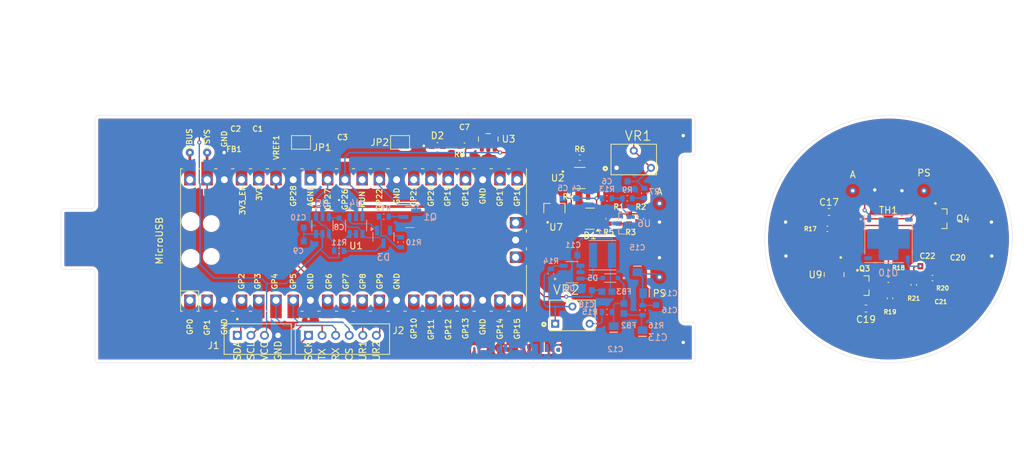
<source format=kicad_pcb>
(kicad_pcb (version 20241229) (generator "pcbnew") (generator_version "9.0")
  (title_block (title "Gamma Spectrometer") (date "2025-01-23") (rev "v0.0.4") (company "Vadym Vikulin"))
  (layers (0 "F.Cu" signal) (2 "B.Cu" signal) (13 "F.Paste" user) (15 "B.Paste" user) (5 "F.SilkS" user "F.Silkscreen") (7 "B.SilkS" user "B.Silkscreen") (1 "F.Mask" user) (3 "B.Mask" user) (25 "Edge.Cuts" user))
  (net 0 "")
  (net 16 "GND")
  (net 25 "+5V")
  (net 31 "TX")
  (net 32 "SCL")
  (net 33 "RX")
  (net 34 "RST")
  (net 35 "UART1RX")
  (net 36 "INT")
  (net 37 "SDA")
  (net 38 "Net-(JP1-A)")
  (net 39 "PEAK")
  (net 40 "SCK")
  (net 41 "UART1TX")
  (net 42 "CS")
  (net 43 "VREF")
  (net 44 "Net-(U1-3V3)")
  (net 45 "Net-(U3-IN-)")
  (net 46 "Net-(U4--IN)")
  (net 47 "Net-(D1-COM)")
  (net 48 "Net-(D2-PadA)")
  (net 49 "Net-(D3-A)")
  (net 50 "Net-(D3-K)")
  (net 51 "Net-(D3-COM)")
  (net 52 "Net-(Q1-D)")
  (net 53 "Net-(U2--IN)")
  (net 58 "Net-(JP2-A)")
  (net 59 "ANODE_IN")
  (net 60 "Net-(U8-FB)")
  (net 61 "Net-(D5-A)")
  (net 62 "Net-(D5-K)")
  (net 63 "Net-(C13-Pad1)")
  (net 64 "PS_OUT")
  (net 65 "PS_IN")
  (net 66 "GND1")
  (net 67 "Net-(Q4-E)")
  (net 68 "Net-(C21-Pad2)")
  (net 69 "/SiPM board/+29.6V")
  (net 70 "Net-(Q3-E)")
  (net 71 "Net-(Q3-B)")
  (net 72 "Net-(Q3-C)")
  (net 73 "Net-(Q4-B)")
  (net 77 "ANODE_OUT")
  (net 78 "VCC")
  (net 79 "Net-(R7-Pad2)")
  (net 80 "VREF1")
  (net 81 "SIG")
  (net 86 "VBUS")
  (net 87 "Net-(VR2-CW)")
  (net 88 "Vdrive")
  (footprint "3266W-1-503:TRIM_3266W-1-503" (layer "F.Cu") (at 154.96 73.25)
    (property "Reference" "VR1")
    (property "Value" "50k" (hide yes))
  )
  (footprint "B4B-PH-K-S_LF__SN_:JST_B4B-PH-K-S(LF)(SN)" (layer "F.Cu") (at 99.5 98.5 180)
    (property "Reference" "J1")
    (property "Value" "*" (hide yes))
  )
  (footprint "LM4040AIM3-3_0-T:SOT95P237X112-3N" (layer "F.Cu") (at 143.25 79.19 90)
    (property "Reference" "U7")
    (property "Value" "LM4040AIM3-3.0+T" (hide yes))
  )
  (footprint "Jumper:SolderJumper-2_P1.3mm_Open_TrianglePad1.0x1.5mm" (layer "F.Cu") (at 120.5 69.5 180)
    (property "Reference" "JP2")
    (property "Value" "~" (hide yes))
  )
  (footprint "MMBT5088LT1G:SOT95P237X111-3N" (layer "F.Cu") (at 200.5 80.75)
    (property "Reference" "Q4")
    (property "Value" "MMBT5088LT1G" (hide yes))
  )
  (footprint "BLM18KG102SN1D:BEADC1608X95N" (layer "F.Cu") (at 98.5 70.5 180)
    (property "Reference" "FB1")
    (property "Value" "BLM18KG102SN1D" (hide yes))
  )
  (footprint "CL10B104KC8NNNC:CAPC1608X90N" (layer "F.Cu") (at 198.5 92 90)
    (property "Reference" "C21")
    (property "Value" "100n" (hide yes))
  )
  (footprint "ERJ3EKF49R9V:RES_ERJ3EKF49R9V" (layer "F.Cu") (at 199 89.5 180)
    (property "Reference" "R20")
    (property "Value" "49.9R" (hide yes))
  )
  (footprint "TLV3201AIDBVR:SOT95P280X145-5N" (layer "F.Cu") (at 133.5 69 90)
    (property "Reference" "U3")
    (property "Value" "TLV3201AIDBVR" (hide yes))
  )
  (footprint "CL10B104KC8NNNC:CAPC1608X90N" (layer "F.Cu") (at 109.5 68.75)
    (property "Reference" "C3")
    (property "Value" "100n" (hide yes))
  )
  (footprint "ERJ3EKF2103V:RES_ERJ3EKF2103V" (layer "F.Cu") (at 152.75 80.75 -90)
    (property "Reference" "R1")
    (property "Value" "210k" (hide yes))
  )
  (footprint "ERJ3EKF1001V:RES_ERJ3EKF1001V" (layer "F.Cu") (at 156 80.75 90)
    (property "Reference" "R2")
    (property "Value" "1k" (hide yes))
  )
  (footprint "Capacitor_SMD:C_0603_1608Metric" (layer "F.Cu") (at 183.75 79.75)
    (property "Reference" "C17")
    (property "Value" "2.2u" (hide yes))
  )
  (footprint "NTCS0603E3103FLT:NTCS0603E3103FLT" (layer "F.Cu") (at 192.5 83.75 90)
    (property "Reference" "TH1")
    (property "Value" "Thermistor_PTC" (hide yes))
  )
  (footprint "Jumper:SolderJumper-2_P1.3mm_Open_TrianglePad1.0x1.5mm" (layer "F.Cu") (at 105.885 69.5 180)
    (property "Reference" "JP1")
    (property "Value" "~" (hide yes))
  )
  (footprint "ERJ3EKF4992V:RES_ERJ3EKF4992V" (layer "F.Cu") (at 192.5 89.75)
    (property "Reference" "R18")
    (property "Value" "49.9k" (hide yes))
  )
  (footprint "ERJ3EKF1000V:RES_ERJ3EKF1000V" (layer "F.Cu") (at 151.25 80.75 -90)
    (property "Reference" "R5")
    (property "Value" "100R" (hide yes))
  )
  (footprint "CL10A226MP8NUNE:CAPC1608X90N" (layer "F.Cu") (at 99.75 68.75)
    (property "Reference" "C1")
    (property "Value" "22uF" (hide yes))
  )
  (footprint "B6B-PH-K-S_LF__SN_:JST_B6B-PH-K-S(LF)(SN)" (layer "F.Cu") (at 112 98.5 180)
    (property "Reference" "J2")
    (property "Value" "*" (hide yes))
  )
  (footprint "ERJ3EKF2103V:RES_ERJ3EKF2103V" (layer "F.Cu") (at 154.25 80.75 -90)
    (property "Reference" "R3")
    (property "Value" "210k" (hide yes))
  )
  (footprint "Capacitor_SMD:C_0603_1608Metric" (layer "F.Cu") (at 189.2 94)
    (property "Reference" "C19")
    (property "Value" "2.2u" (hide yes))
  )
  (footprint "ERJ3EKF4992V:RES_ERJ3EKF4992V" (layer "F.Cu") (at 192.75 92.5 90)
    (property "Reference" "R19")
    (property "Value" "49.9k" (hide yes))
  )
  (footprint "ERJ3EKF1001V:RES_ERJ3EKF1001V" (layer "F.Cu") (at 130 70)
    (property "Reference" "R8")
    (property "Value" "1k" (hide yes))
  )
  (footprint "CL10B104KC8NNNC:CAPC1608X90N" (layer "F.Cu") (at 130 68.5 180)
    (property "Reference" "C7")
    (property "Value" "100n" (hide yes))
  )
  (footprint "CL10B104KC8NNNC:CAPC1608X90N" (layer "F.Cu") (at 198 87.75 180)
    (property "Reference" "C22")
    (property "Value" "100n" (hide yes))
  )
  (footprint "OPA357AIDBVR:SOT95P280X145-6N" (layer "F.Cu") (at 147 74.75)
    (property "Reference" "U2")
    (property "Value" "OPA357AIDBVR" (hide yes))
  )
  (footprint "Package_TO_SOT_SMD:SOT-23" (layer "F.Cu") (at 148.5 80.75 180)
    (property "Reference" "D1")
    (property "Value" "BAT54S" (hide yes))
  )
  (footprint "ERJ3EKF4992V:RES_ERJ3EKF4992V" (layer "F.Cu") (at 183.5 82.25)
    (property "Reference" "R17")
    (property "Value" "49.9k" (hide yes))
  )
  (footprint "CL10B104KC8NNNC:CAPC1608X90N" (layer "F.Cu") (at 202.75 88.75 -90)
    (property "Reference" "C20")
    (property "Value" "100n" (hide yes))
  )
  (footprint "TPS7B6950DBVR:SOT95P280X145-5N" (layer "F.Cu") (at 184.5 89 -90)
    (property "Reference" "U9")
    (property "Value" "TPS7B6950DBVR" (hide yes))
  )
  (footprint "RP PICO:RPi_Pico_SMD_TH" (layer "F.Cu") (at 113.63 83.89 90)
    (property "Reference" "U1")
    (property "Value" "Pico 2")
  )
  (footprint "3266W-1-503:TRIM_3266W-1-503" (layer "F.Cu") (at 145.91 96.24)
    (property "Reference" "VR2")
    (property "Value" "50k" (hide yes))
  )
  (footprint "LTST-C190KGKT:LEDC1608X35N" (layer "F.Cu") (at 126 70)
    (property "Reference" "D2")
    (property "Value" "LTST-C190KGKT" (hide yes))
  )
  (footprint "ERJ3EKF1001V:RES_ERJ3EKF1001V" (layer "F.Cu") (at 147 71.75 180)
    (property "Reference" "R6")
    (property "Value" "1k" (hide yes))
  )
  (footprint "ERJ3EKF49R9V:RES_ERJ3EKF49R9V" (layer "F.Cu") (at 196.25 90.5 90)
    (property "Reference" "R21")
    (property "Value" "49.9R" (hide yes))
  )
  (footprint "MMBT5088LT1G:SOT95P237X111-3N" (layer "F.Cu") (at 189 90.6125)
    (property "Reference" "Q3")
    (property "Value" "MMBT5088LT1G" (hide yes))
  )
  (footprint "ERJ3EKF1001V:RES_ERJ3EKF1001V" (layer "F.Cu") (at 147.5 77.5)
    (property "Reference" "R4")
    (property "Value" "1k" (hide yes))
  )
  (footprint "CL10A226MP8NUNE:CAPC1608X90N" (layer "F.Cu") (at 96.5 68.75 180)
    (property "Reference" "C2")
    (property "Value" "22uF" (hide yes))
  )
  (footprint "CL10B104KC8NNNC:CAPC1608X90N" (layer "B.Cu") (at 153.25 75.25 180)
    (property "Reference" "C6")
    (property "Value" "100n" (hide yes))
  )
  (footprint "OPA357AIDBVR:SOT95P280X145-6N" (layer "B.Cu") (at 114 81.755 -90)
    (property "Reference" "U4")
    (property "Value" "OPA357AIDBVR" (hide yes))
  )
  (footprint "ERJ3EKF1001V:RES_ERJ3EKF1001V" (layer "B.Cu") (at 118.1 80.4375)
    (property "Reference" "R12")
    (property "Value" "1k")
  )
  (footprint "ERJ3EKF2103V:RES_ERJ3EKF2103V" (layer "B.Cu") (at 151 94.5)
    (property "Reference" "R15")
    (property "Value" "210k" (hide yes))
  )
  (footprint "PMEG4010BEA_115:DIO_BZX384-C30_115" (layer "B.Cu") (at 151.5 89.5 180)
    (property "Reference" "D5")
    (property "Value" "PMEG4010BEA" (hide yes))
  )
  (footprint "CL10B104KC8NNNC:CAPC1608X90N" (layer "B.Cu") (at 158.25 94.25 90)
    (property "Reference" "C16")
    (property "Value" "100n" (hide yes))
  )
  (footprint "CL21A475KBQNNNE:CAPC2012X140N" (layer "B.Cu") (at 155.5 87.75 90)
    (property "Reference" "C15")
    (property "Value" "4.7u" (hide yes))
  )
  (footprint "MICROFC-60035-SMT-TR1:XDCR_MICROFC-60035-SMT-TR1" (layer "B.Cu") (at 192.525 83.725)
    (property "Reference" "U10")
    (property "Value" "MICROFC-60035-SMT-TR1" (hide yes))
  )
  (footprint "Package_TO_SOT_SMD:SOT-23" (layer "B.Cu") (at 121.9375 80.5 180)
    (property "Reference" "Q1")
    (property "Value" "2N7002" (hide yes))
  )
  (footprint "CL10A226MP8NUNE:CAPC1608X90N" (layer "B.Cu") (at 145.85 86.13 180)
    (property "Reference" "C11")
    (property "Value" "22uF" (hide yes))
  )
  (footprint "CL21A475KBQNNNE:CAPC2012X140N" (layer "B.Cu") (at 156.25 98.1 -90)
    (property "Reference" "C13")
    (property "Value" "4.7u" (hide yes))
  )
  (footprint "ERJ3EKF2103V:RES_ERJ3EKF2103V" (layer "B.Cu") (at 154 77.75)
    (property "Reference" "R9")
    (property "Value" "210k" (hide yes))
  )
  (footprint "MAX5026EUT_T:SOT95P280X145-6N" (layer "B.Cu") (at 145.85 88.63)
    (property "Reference" "U8")
    (property "Value" "MAX5026EUT_T" (hide yes))
  )
  (footprint "BLM18KG102SN1D:BEADC1608X95N" (layer "B.Cu") (at 151 91.5 180)
    (property "Reference" "FB3")
    (property "Value" "BLM18KG102SN1D" (hide yes))
  )
  (footprint "ERJ3EKF1002V:RES_ERJ3EKF1002V" (layer "B.Cu") (at 111.5 85.5 180)
    (property "Reference" "R11")
    (property "Value" "10k" (hide yes))
  )
  (footprint "ERJ3EKF1000V:RES_ERJ3EKF1000V" (layer "B.Cu") (at 120.6 84.2125 -90)
    (property "Reference" "R10")
    (property "Value" "100R")
  )
  (footprint "CL10A226MP8NUNE:CAPC1608X90N" (layer "B.Cu") (at 105.52 84.07 180)
    (property "Reference" "C9")
    (property "Value" "22uF" (hide yes))
  )
  (footprint "CL10B104KC8NNNC:CAPC1608X90N" (layer "B.Cu") (at 105.5 82.07)
    (property "Reference" "C10")
    (property "Value" "100n" (hide yes))
  )
  (footprint "CL10A226MP8NUNE:CAPC1608X90N" (layer "B.Cu") (at 148 91.3 180)
    (property "Reference" "C18")
    (property "Value" "22uF" (hide yes))
  )
  (footprint "ERJ3EKF1000V:RES_ERJ3EKF1000V" (layer "B.Cu") (at 156.25 94.25 -90)
    (property "Reference" "R16")
    (property "Value" "100R" (hide yes))
  )
  (footprint "ERJ3EKF2103V:RES_ERJ3EKF2103V" (layer "B.Cu") (at 156.5 77 -90)
    (property "Reference" "R7")
    (property "Value" "210k" (hide yes))
  )
  (footprint "BLM18KG102SN1D:BEADC1608X95N" (layer "B.Cu") (at 153.5 94 90)
    (property "Reference" "FB2")
    (property "Value" "BLM18KG102SN1D" (hide yes))
  )
  (footprint "CL10A226MP8NUNE:CAPC1608X90N" (layer "B.Cu") (at 146.5 78.5 -90)
    (property "Reference" "C4")
    (property "Value" "22uF" (hide yes))
  )
  (footprint "ERJ3EKF1001V:RES_ERJ3EKF1001V" (layer "B.Cu") (at 151 77.75 180)
    (property "Reference" "R13")
    (property "Value" "1k" (hide yes))
  )
  (footprint "NRS4018T470MDGJ:IND_NRS4018T470MDGJ" (layer "B.Cu") (at 150.35 86.13)
    (property "Reference" "L1")
    (property "Value" "47uH" (hide yes))
  )
  (footprint "LM4040AIM3-3_0-T:SOT95P237X112-3N" (layer "B.Cu") (at 153.44 81.45 180)
    (property "Reference" "U6")
    (property "Value" "LM4040AIM3-3.0+T" (hide yes))
  )
  (footprint "CL10B104KC8NNNC:CAPC1608X90N" (layer "B.Cu") (at 144.5 78.5 90)
    (property "Reference" "C5")
    (property "Value" "100n" (hide yes))
  )
  (footprint "ECHU1C471JX5:CAP_ECHU1C471JX5" (layer "B.Cu") (at 111.5 80 -90)
    (property "Reference" "C8")
    (property "Value" "470p" (hide yes))
  )
  (footprint "Package_TO_SOT_SMD:SOT-23" (layer "B.Cu") (at 118.05 83.4375 -90)
    (property "Reference" "D3")
    (property "Value" "BAT54S" (hide yes))
  )
  (footprint "CL21A475KBQNNNE:CAPC2012X140N" (layer "B.Cu") (at 157.25 91.75)
    (property "Reference" "C14")
    (property "Value" "4.7u" (hide yes))
  )
  (footprint "ERJ3EKF1002V:RES_ERJ3EKF1002V" (layer "B.Cu") (at 142.75 88.88 90)
    (property "Reference" "R14")
    (property "Value" "10k" (hide yes))
  )
  (footprint "OPA357AIDBVR:SOT95P280X145-6N" (layer "B.Cu") (at 109.05 81.755 -90)
    (property "Reference" "U5")
    (property "Value" "OPA357AIDBVR" (hide yes))
  )
  (footprint "CL21A475KBQNNNE:CAPC2012X140N" (layer "B.Cu") (at 152 97.5 -90)
    (property "Reference" "C12")
    (property "Value" "4.7u" (hide yes))
  )
  (gr_rect (start 193.25 75.5) (end 195.75 77.75) (stroke (width 0.2)) (fill yes) (layer "F.Cu") (net 66))
  (gr_rect (start 157.5 80.25) (end 160 82.5) (stroke (width 0.2)) (fill yes) (layer "F.Cu") (net 16))
  (gr_rect (start 157.5 85.25) (end 160 87.5) (stroke (width 0.2)) (fill yes) (layer "F.Cu") (net 16))
  (gr_rect (start 186 75.5) (end 188.5 77.75) (stroke (width 0.2)) (fill yes) (layer "F.Cu") (net 77))
  (gr_rect (start 157.5 88.25) (end 160 90.5) (stroke (width 0.2)) (fill yes) (layer "F.Cu") (net 64))
  (gr_rect (start 196.5 75.5) (end 199 77.75) (stroke (width 0.2)) (fill yes) (layer "F.Cu") (net 65))
  (gr_rect (start 189.25 75.5) (end 191.75 77.75) (stroke (width 0.2)) (fill yes) (layer "F.Cu") (net 66))
  (gr_rect (start 157.5 77.375) (end 160 79.625) (stroke (width 0.2)) (fill yes) (layer "F.Cu") (net 59))
  (gr_arc (start 162 72) (mid 162.146447 71.646447) (end 162.5 71.5) (stroke (width 0.05)) (layer "Edge.Cuts"))
  (gr_line (start 75.5 78.75) (end 75.5 66) (stroke (width 0.05)) (layer "Edge.Cuts"))
  (gr_line (start 162 95.5) (end 162 72) (stroke (width 0.05)) (layer "Edge.Cuts"))
  (gr_arc (start 75.5 78.75) (mid 75.353553 79.103553) (end 75 79.25) (stroke (width 0.05)) (layer "Edge.Cuts"))
  (gr_line (start 162 65.5) (end 163.5 65.5) (stroke (width 0.05)) (layer "Edge.Cuts"))
  (gr_arc (start 75 88.25) (mid 75.353553 88.396447) (end 75.5 88.75) (stroke (width 0.05)) (layer "Edge.Cuts"))
  (gr_line (start 162 102) (end 76 102) (stroke (width 0.05)) (layer "Edge.Cuts"))
  (gr_line (start 76 65.5) (end 162 65.5) (stroke (width 0.05)) (layer "Edge.Cuts"))
  (gr_circle (center 192.525 83.74687) (end 210.775 83.74687) (stroke (width 0.05)) (fill no) (layer "Edge.Cuts"))
  (gr_line (start 75.5 101.5) (end 75.5 88.75) (stroke (width 0.05)) (layer "Edge.Cuts"))
  (gr_arc (start 71 88.25) (mid 70.646447 88.103553) (end 70.5 87.75) (stroke (width 0.05)) (layer "Edge.Cuts"))
  (gr_arc (start 164 101.5) (mid 163.853553 101.853553) (end 163.5 102) (stroke (width 0.05)) (layer "Edge.Cuts"))
  (gr_line (start 162.5 96) (end 163.5 96) (stroke (width 0.05)) (layer "Edge.Cuts"))
  (gr_line (start 75 88.25) (end 71 88.25) (stroke (width 0.05)) (layer "Edge.Cuts"))
  (gr_line (start 164 96.5) (end 164 101.5) (stroke (width 0.05)) (layer "Edge.Cuts"))
  (gr_line (start 75 79.25) (end 71 79.25) (stroke (width 0.05)) (layer "Edge.Cuts"))
  (gr_line (start 162.5 71.5) (end 163.5 71.5) (stroke (width 0.05)) (layer "Edge.Cuts"))
  (gr_arc (start 164 71) (mid 163.853553 71.353553) (end 163.5 71.5) (stroke (width 0.05)) (layer "Edge.Cuts"))
  (gr_arc (start 75.5 66) (mid 75.646447 65.646447) (end 76 65.5) (stroke (width 0.05)) (layer "Edge.Cuts"))
  (gr_arc (start 70.5 79.75) (mid 70.646447 79.396447) (end 71 79.25) (stroke (width 0.05)) (layer "Edge.Cuts"))
  (gr_line (start 163.5 102) (end 162 102) (stroke (width 0.05)) (layer "Edge.Cuts"))
  (gr_arc (start 162.5 96) (mid 162.146447 95.853553) (end 162 95.5) (stroke (width 0.05)) (layer "Edge.Cuts"))
  (gr_arc (start 163.5 96) (mid 163.853553 96.146447) (end 164 96.5) (stroke (width 0.05)) (layer "Edge.Cuts"))
  (gr_arc (start 163.5 65.5) (mid 163.853553 65.646447) (end 164 66) (stroke (width 0.05)) (layer "Edge.Cuts"))
  (gr_line (start 164 66) (end 164 71) (stroke (width 0.05)) (layer "Edge.Cuts"))
  (gr_arc (start 76 102) (mid 75.646447 101.853553) (end 75.5 101.5) (stroke (width 0.05)) (layer "Edge.Cuts"))
  (gr_line (start 70.5 87.75) (end 70.5 79.75) (stroke (width 0.05)) (layer "Edge.Cuts"))
  (gr_text "БДГ4-01-Б" (at 185.25 71.5 0) (layer "F.Cu" knockout) (effects (font (size 1.5 1.5) (thickness 0.3) (bold yes)) (justify left bottom)))
  (gr_text "OpenGammaKit v0.1.6" (at 119.5 100.75 0) (layer "F.Cu" knockout) (effects (font (size 1.5 1.5) (thickness 0.3) (bold yes)) (justify left bottom)))
  (gr_text "БДГ4-01-А" (at 144.75 100.75 -0) (layer "B.Cu" knockout) (effects (font (size 1.5 1.5) (thickness 0.3) (bold yes)) (justify left bottom mirror)))
  (gr_text "PS" (at 158.75 91.75 0) (layer "F.SilkS") (effects (font (size 1 1))))
  (gr_text "MicroUSB" (at 85 84 90) (layer "F.SilkS") (effects (font (size 1 1))))
  (gr_text "RX" (at 111 100.75 90) (layer "F.SilkS") (effects (font (size 1 1))))
  (gr_text "UR2" (at 117 100.25 90) (layer "F.SilkS") (effects (font (size 1 1))))
  (gr_text "SCL" (at 98.5 100.25 90) (layer "F.SilkS") (effects (font (size 1 1))))
  (gr_text "VCC" (at 100.5 100.25 90) (layer "F.SilkS") (effects (font (size 1 1))))
  (gr_text "VREF1" (at 102.25 70.25 90) (layer "F.SilkS") (effects (font (size 0.8 0.8))))
  (gr_text "UR1" (at 115 100.25 90) (layer "F.SilkS") (effects (font (size 1 1))))
  (gr_text "PS" (at 197.75 74 0) (layer "F.SilkS") (effects (font (size 1 1))))
  (gr_text "A" (at 158.75 76.75 0) (layer "F.SilkS") (effects (font (size 1 1))))
  (gr_text "SDA" (at 96.5 100.25 90) (layer "F.SilkS") (effects (font (size 1 1))))
  (gr_text "TX" (at 109 100.75 90) (layer "F.SilkS") (effects (font (size 1 1))))
  (gr_text "GND" (at 102.5 100.25 90) (layer "F.SilkS") (effects (font (size 1 1))))
  (gr_text "CS" (at 113 100.75 90) (layer "F.SilkS") (effects (font (size 1 1))))
  (gr_text "SCK" (at 107 100.25 90) (layer "F.SilkS") (effects (font (size 1 1))))
  (gr_text "A" (at 187.25 74.25 0) (layer "F.SilkS") (effects (font (size 1 1))))
  (segment (start 146.775 75.175001) (end 146.349999 74.75) (width 0.2) (layer "F.Cu") (net 16))
  (segment (start 133.5 71) (end 132.5 72) (width 0.2) (layer "F.Cu") (net 16))
  (segment (start 137.53 83.89) (end 139.715 83.89) (width 0.2) (layer "F.Cu") (net 16))
  (segment (start 132.5 74.82) (end 132.68 75) (width 0.2) (layer "F.Cu") (net 16))
  (segment (start 146.775 77.5) (end 146.775 75.175001) (width 0.2) (layer "F.Cu") (net 16))
  (segment (start 94.58 75.09) (end 94.58 70.92) (width 0.4) (layer "F.Cu") (net 16))
  (segment (start 132.5 72) (end 132.5 74.82) (width 0.2) (layer "F.Cu") (net 16))
  (segment (start 132 69) (end 132.536948 69) (width 0.2) (layer "F.Cu") (net 16))
  (segment (start 134.18 76.5) (end 132.68 75) (width 0.2) (layer "F.Cu") (net 16))
  (segment (start 94.58 70.92) (end 95.72 69.78) (width 0.4) (layer "F.Cu") (net 16))
  (segment (start 95.72 69.78) (end 95.72 68.75) (width 0.4) (layer "F.Cu") (net 16))
  (segment (start 146.349999 74.75) (end 145.745 74.75) (width 0.2) (layer "F.Cu") (net 16))
  (segment (start 132.536948 69) (end 133.5 69.963052) (width 0.2) (layer "F.Cu") (net 16))
  (segment (start 133.5 69.963052) (end 133.5 71) (width 0.2) (layer "F.Cu") (net 16))
  (segment (start 119.98 75) (end 119.98 69.705) (width 0.2) (layer "F.Cu") (net 16))
  (segment (start 119.98 69.705) (end 119.775 69.5) (width 0.2) (layer "F.Cu") (net 16))
  (via (at 162.25 99) (size 1) (drill 0.5) (layers "F.Cu" "B.Cu") (net 16))
  (via (at 158.75 86.5) (size 1) (drill 0.5) (layers "F.Cu" "B.Cu") (net 16))
  (via (at 158.75 81.25) (size 1) (drill 0.5) (layers "F.Cu" "B.Cu") (net 16))
  (via (at 162.25 68.5) (size 1) (drill 0.5) (layers "F.Cu" "B.Cu") (net 16))
  (via (at 94.55 71) (size 1.2) (drill 0.5) (layers "F.Cu" "B.Cu") (net 16))
  (via (at 111.5 78) (size 0.6) (drill 0.3) (layers "F.Cu" "B.Cu") (net 16))
  (segment (start 145.85 88.13) (end 145.35 88.63) (width 0.2) (layer "B.Cu") (net 16))
  (segment (start 109.05 80.5) (end 109.05 79.95) (width 0.2) (layer "B.Cu") (net 16))
  (segment (start 114 80.5) (end 114 79.895001) (width 0.2) (layer "B.Cu") (net 16))
  (segment (start 109.05 79.895001) (end 109.05 80.5) (width 0.2) (layer "B.Cu") (net 16))
  (segment (start 142.75 89.605) (end 144.58 89.605) (width 0.2) (layer "B.Cu") (net 16))
  (segment (start 152.47 72.45) (end 152.42 72.5) (width 0.2) (layer "B.Cu") (net 16))
  (segment (start 144.605 89.58) (end 144.105 89.58) (width 0.2) (layer "B.Cu") (net 16))
  (segment (start 145.35 88.63) (end 144.605 88.63) (width 0.2) (layer "B.Cu") (net 16))
  (segment (start 145.85 86.91) (end 145.85 88.13) (width 0.2) (layer "B.Cu") (net 16))
  (segment (start 145.07 86.13) (end 145.85 86.91) (width 0.2) (layer "B.Cu") (net 16))
  (segment (start 144.58 89.605) (end 144.605 89.58) (width 0.2) (layer "B.Cu") (net 16))
  (segment (start 144.605 89.355) (end 144.605 88.63) (width 0.2) (layer "B.Cu") (net 16))
  (segment (start 93 78) (end 92.04 77.04) (width 0.2) (layer "F.Cu") (net 25))
  (segment (start 95.75 78) (end 93 78) (width 0.2) (layer "F.Cu") (net 25))
  (segment (start 141.75 92.25) (end 138.75 89.25) (width 0.2) (layer "F.Cu") (net 25))
  (segment (start 92.04 75.09) (end 92.04 71.16) (width 0.4) (layer "F.Cu") (net 25))
  (segment (start 138.75 89.25) (end 107 89.25) (width 0.2) (layer "F.Cu") (net 25))
  (segment (start 145 92.25) (end 141.75 92.25) (width 0.2) (layer "F.Cu") (net 25))
  (segment (start 107 89.25) (end 95.75 78) (width 0.2) (layer "F.Cu") (net 25))
  (segment (start 92.04 77.04) (end 92.04 75.09) (width 0.2) (layer "F.Cu") (net 25))
  (segment (start 92.04 71.16) (end 92.2 71) (width 0.2) (layer "F.Cu") (net 25))
  (via (at 145 92.25) (size 0.6) (drill 0.3) (layers "F.Cu" "B.Cu") (net 25))
  (via (at 92.05 71) (size 1.2) (drill 0.5) (layers "F.Cu" "B.Cu") (net 25))
  (segment (start 148.78 92.25) (end 148.78 91.3) (width 0.2) (layer "B.Cu") (net 25))
  (segment (start 150.065 91.3) (end 150.265 91.5) (width 0.2) (layer "B.Cu") (net 25))
  (segment (start 148.78 91.3) (end 150.065 91.3) (width 0.2) (layer "B.Cu") (net 25))
  (segment (start 145 92.25) (end 148.78 92.25) (width 0.2) (layer "B.Cu") (net 25))
  (segment (start 109 96.5) (end 109 97.95) (width 0.2) (layer "F.Cu") (net 31))
  (segment (start 92.04 99.54) (end 92.08 99.5) (width 0.2) (layer "F.Cu") (net 31))
  (segment (start 92.04 92.78) (end 92.04 99.54) (width 0.2) (layer "F.Cu") (net 31))
  (segment (start 102.96 99.54) (end 106 96.5) (width 0.2) (layer "F.Cu") (net 31))
  (segment (start 92.04 99.54) (end 102.96 99.54) (width 0.2) (layer "F.Cu") (net 31))
  (segment (start 106 96.5) (end 109 96.5) (width 0.2) (layer "F.Cu") (net 31))
  (segment (start 99.66 95.66) (end 99.5 95.82) (width 0.2) (layer "F.Cu") (net 32))
  (segment (start 99.66 92.78) (end 99.66 95.66) (width 0.2) (layer "F.Cu") (net 32))
  (segment (start 99.5 96.95) (end 98.5 97.95) (width 0.2) (layer "F.Cu") (net 32))
  (segment (start 99.5 95.82) (end 99.5 96.95) (width 0.2) (layer "F.Cu") (net 32))
  (segment (start 99.5 92.94) (end 99.66 92.78) (width 0.2) (layer "B.Cu") (net 32))
  (segment (start 102.2 95.37) (end 102.2 92.78) (width 0.2) (layer "B.Cu") (net 33))
  (segment (start 110.5 96.5) (end 111 97) (width 0.2) (layer "B.Cu") (net 33))
  (segment (start 111 97) (end 111 97.95) (width 0.2) (layer "B.Cu") (net 33))
  (segment (start 103.33 96.5) (end 102.2 95.37) (width 0.2) (layer "B.Cu") (net 33))
  (segment (start 110.5 96.5) (end 103.33 96.5) (width 0.2) (layer "B.Cu") (net 33))
  (segment (start 120.05 78.527224) (end 117.44 75.917224) (width 0.2) (layer "B.Cu") (net 34))
  (segment (start 122.61 78.527224) (end 120.05 78.527224) (width 0.2) (layer "B.Cu") (net 34))
  (segment (start 122.875 79.55) (end 122.875 78.792224) (width 0.2) (layer "B.Cu") (net 34))
  (segment (start 122.875 78.792224) (end 122.61 78.527224) (width 0.2) (layer "B.Cu") (net 34))
  (segment (start 117.5 92.84) (end 117.44 92.78) (width 0.2) (layer "F.Cu") (net 35))
  (segment (start 117 97.95) (end 117.5 97.45) (width 0.2) (layer "F.Cu") (net 35))
  (segment (start 117.5 97.45) (end 117.5 92.84) (width 0.2) (layer "F.Cu") (net 35))
  (segment (start 130.725 70) (end 131.5 70) (width 0.2) (layer "F.Cu") (net 36))
  (segment (start 130.14 72.939448) (end 130.14 75) (width 0.2) (layer "F.Cu") (net 36))
  (segment (start 130.725 70) (end 130.14 70.585) (width 0.2) (layer "F.Cu") (net 36))
  (segment (start 131.5 70) (end 132.305 70) (width 0.2) (layer "F.Cu") (net 36))
  (segment (start 130.14 70.585) (end 130.14 75) (width 0.2) (layer "F.Cu") (net 36))
  (segment (start 130.14 72.905552) (end 130.14 75) (width 0.2) (layer "F.Cu") (net 36))
  (segment (start 132.305 70) (end 132.55 69.755) (width 0.2) (layer "F.Cu") (net 36))
  (segment (start 97 97.45) (end 97 92.9) (width 0.2) (layer "F.Cu") (net 37))
  (segment (start 96.5 97.95) (end 97 97.45) (width 0.2) (layer "F.Cu") (net 37))
  (segment (start 97 92.9) (end 97.12 92.78) (width 0.2) (layer "F.Cu") (net 37))
  (segment (start 107.16 70.55) (end 106.61 70) (width 0.4) (layer "F.Cu") (net 38))
  (segment (start 107.16 74.97) (end 107.16 70.55) (width 0.4) (layer "F.Cu") (net 38))
  (segment (start 107.28 75.09) (end 107.16 74.97) (width 0.4) (layer "F.Cu") (net 38))
  (segment (start 109.05 74.23) (end 109.82 75) (width 0.2) (layer "F.Cu") (net 39))
  (segment (start 110 82.405001) (end 109.349999 81.755) (width 0.2) (layer "B.Cu") (net 39))
  (segment (start 108.1 80.828802) (end 108.1 80.5) (width 0.2) (layer "B.Cu") (net 39))
  (segment (start 108.1 77.9) (end 109.82 76.18) (width 0.2) (layer "B.Cu") (net 39))
  (segment (start 110.775 84.275) (end 110.775 85.5) (width 0.2) (layer "B.Cu") (net 39))
  (segment (start 109.349999 81.755) (end 109.026198 81.755) (width 0.2) (layer "B.Cu") (net 39))
  (segment (start 109.82 76.18) (end 109.82 75) (width 0.2) (layer "B.Cu") (net 39))
  (segment (start 108.1 80.5) (end 108.1 77.9) (width 0.2) (layer "B.Cu") (net 39))
  (segment (start 110 83.5) (end 110.775 84.275) (width 0.2) (layer "B.Cu") (net 39))
  (segment (start 109.026198 81.755) (end 108.1 80.828802) (width 0.2) (layer "B.Cu") (net 39))
  (segment (start 110 83.01) (end 110 83.5) (width 0.2) (layer "B.Cu") (net 39))
  (segment (start 110 83.01) (end 110 82.405001) (width 0.2) (layer "B.Cu") (net 39))
  (segment (start 89.5 92.78) (end 89.5 100) (width 0.2) (layer "F.Cu") (net 40))
  (segment (start 104.45 100.5) (end 107 97.95) (width 0.2) (layer "F.Cu") (net 40))
  (segment (start 90 100.5) (end 104.45 100.5) (width 0.2) (layer "F.Cu") (net 40))
  (segment (start 89.5 100) (end 90 100.5) (width 0.2) (layer "F.Cu") (net 40))
  (segment (start 114.9 92.78) (end 114.9 95.6) (width 0.2) (layer "F.Cu") (net 41))
  (segment (start 115 95.7) (end 115 97.95) (width 0.2) (layer "F.Cu") (net 41))
  (segment (start 114.9 95.6) (end 115 95.7) (width 0.2) (layer "F.Cu") (net 41))
  (segment (start 113 97) (end 113 97.95) (width 0.2) (layer "B.Cu") (net 42))
  (segment (start 104.74 95.24) (end 104.74 92.78) (width 0.2) (layer "B.Cu") (net 42))
  (segment (start 112 96) (end 105.5 96) (width 0.2) (layer "B.Cu") (net 42))
  (segment (start 112 96) (end 113 97) (width 0.2) (layer "B.Cu") (net 42))
  (segment (start 105.5 96) (end 104.74 95.24) (width 0.2) (layer "B.Cu") (net 42))
  (segment (start 153.275 77.75) (end 153.275 79.275) (width 0.2) (layer "B.Cu") (net 43))
  (segment (start 153.275 77.75) (end 151.725 77.75) (width 0.2) (layer "B.Cu") (net 43))
  (segment (start 153.275 79.275) (end 154.5 80.5) (width 0.2) (layer "B.Cu") (net 43))
  (segment (start 99.265 70.5) (end 98.935 70.5) (width 0.4) (layer "F.Cu") (net 44))
  (segment (start 99.7 70.935) (end 99.265 70.5) (width 0.4) (layer "F.Cu") (net 44))
  (segment (start 99.66 75.09) (end 99.7 75.05) (width 0.4) (layer "F.Cu") (net 44))
  (segment (start 99.7 75.05) (end 99.7 70.935) (width 0.4) (layer "F.Cu") (net 44))
  (segment (start 134.45 67.745) (end 153.995 67.745) (width 0.2) (layer "F.Cu") (net 45))
  (segment (start 154.96 68.71) (end 154.96 70.71) (width 0.2) (layer "F.Cu") (net 45))
  (segment (start 154.96 70.71) (end 157.5 73.25) (width 0.2) (layer "F.Cu") (net 45))
  (segment (start 153.995 67.745) (end 154.96 68.71) (width 0.2) (layer "F.Cu") (net 45))
  (segment (start 155 70.75) (end 154.96 70.71) (width 0.2) (layer "B.Cu") (net 45))
  (segment (start 155.5 75.25) (end 157.5 73.25) (width 0.2) (layer "B.Cu") (net 45))
  (segment (start 155.5 75.275) (end 155.5 75.25) (width 0.2) (layer "B.Cu") (net 45))
  (segment (start 154.03 75.25) (end 155.5 75.25) (width 0.2) (layer "B.Cu") (net 45))
  (segment (start 156.5 76.275) (end 155.5 75.275) (width 0.2) (layer "B.Cu") (net 45))
  (segment (start 117.440552 83.5375) (end 115.4775 83.5375) (width 0.2) (layer "B.Cu") (net 46))
  (segment (start 117.7 80.7625) (end 117.7 83.278052) (width 0.2) (layer "B.Cu") (net 46))
  (segment (start 119.990552 84.9375) (end 120.6 84.9375) (width 0.2) (layer "B.Cu") (net 46))
  (segment (start 117.7 83.278052) (end 117.440552 83.5375) (width 0.2) (layer "B.Cu") (net 46))
  (segment (start 114.268802 82) (end 114.95 82.681198) (width 0.2) (layer "B.Cu") (net 46))
  (segment (start 112.85 82) (end 114.268802 82) (width 0.2) (layer "B.Cu") (net 46))
  (segment (start 117.7 83.278052) (end 118.331104 83.278052) (width 0.2) (layer "B.Cu") (net 46))
  (segment (start 111.5 80.65) (end 112.85 82) (width 0.2) (layer "B.Cu") (net 46))
  (segment (start 115.4775 83.5375) (end 114.95 83.01) (width 0.2) (layer "B.Cu") (net 46))
  (segment (start 110.15 80.65) (end 110 80.5) (width 0.2) (layer "B.Cu") (net 46))
  (segment (start 118.331104 83.278052) (end 119.990552 84.9375) (width 0.2) (layer "B.Cu") (net 46))
  (segment (start 111.5 80.65) (end 110.15 80.65) (width 0.2) (layer "B.Cu") (net 46))
  (segment (start 150.525 80.75) (end 151.25 81.475) (width 0.2) (layer "F.Cu") (net 47))
  (segment (start 145.745 78.9325) (end 145.745 75.7) (width 0.2) (layer "F.Cu") (net 47))
  (segment (start 147.5625 80.75) (end 145.745 78.9325) (width 0.2) (layer "F.Cu") (net 47))
  (segment (start 147.5625 80.75) (end 150.525 80.75) (width 0.2) (layer "F.Cu") (net 47))
  (segment (start 126.81 70) (end 129.275 70) (width 0.2) (layer "F.Cu") (net 48))
  (segment (start 116.1 81.5) (end 117.1 82.5) (width 0.2) (layer "B.Cu") (net 49))
  (segment (start 113.445001 81.5) (end 116.1 81.5) (width 0.2) (layer "B.Cu") (net 49))
  (segment (start 113.05 80.5) (end 113.05 81.104999) (width 0.2) (layer "B.Cu") (net 49))
  (segment (start 113.05 81.104999) (end 113.445001 81.5) (width 0.2) (layer "B.Cu") (net 49))
  (segment (start 119 82.5) (end 119.7625 83.2625) (width 0.2) (layer "B.Cu") (net 50))
  (segment (start 119.7625 83.2625) (end 120.6 83.2625) (width 0.2) (layer "B.Cu") (net 50))
  (segment (start 116.925 85.5) (end 112.225 85.5) (width 0.2) (layer "B.Cu") (net 51))
  (segment (start 118.05 84.375) (end 116.925 85.5) (width 0.2) (layer "B.Cu") (net 51))
  (segment (start 118.825 80.4375) (end 120.9375 80.4375) (width 0.2) (layer "B.Cu") (net 52))
  (segment (start 120.9375 80.4375) (end 121 80.5) (width 0.2) (layer "B.Cu") (net 52))
  (segment (start 148.225 77.5) (end 148.225 75.73) (width 0.2) (layer "F.Cu") (net 53))
  (segment (start 148.255 75.7) (end 147.650001 75.7) (width 0.2) (layer "F.Cu") (net 53))
  (segment (start 148.225 75.73) (end 148.255 75.7) (width 0.2) (layer "F.Cu") (net 53))
  (segment (start 147.35 75.399999) (end 147.35 72.125) (width 0.2) (layer "F.Cu") (net 53))
  (segment (start 147.650001 75.7) (end 147.35 75.399999) (width 0.2) (layer "F.Cu") (net 53))
  (segment (start 147.35 72.125) (end 147.725 71.75) (width 0.2) (layer "F.Cu") (net 53))
  (segment (start 124.69 69.5) (end 125.19 70) (width 0.2) (layer "F.Cu") (net 58))
  (segment (start 121.225 69.5) (end 124.69 69.5) (width 0.2) (layer "F.Cu") (net 58))
  (segment (start 151.25 80.025) (end 155.75 80.025) (width 0.2) (layer "F.Cu") (net 59))
  (segment (start 155.75 80.025) (end 157.275 78.5) (width 0.2) (layer "F.Cu") (net 59))
  (segment (start 157.275 78.5) (end 158.75 78.5) (width 0.2) (layer "F.Cu") (net 59))
  (via (at 158.75 78.5) (size 1) (drill 0.5) (layers "F.Cu" "B.Cu") (net 59))
  (segment (start 143.225 87.68) (end 142.75 88.155) (width 0.2) (layer "B.Cu") (net 60))
  (segment (start 142.75 88.155) (end 141.75 89.155) (width 0.2) (layer "B.Cu") (net 60))
  (segment (start 145.91 93.7) (end 145.96 93.75) (width 0.2) (layer "B.Cu") (net 60))
  (segment (start 143.37 93.83) (end 143.37 96.24) (width 0.2) (layer "B.Cu") (net 60))
  (segment (start 142.12 93.7) (end 143.25 93.7) (width 0.2) (layer "B.Cu") (net 60))
  (segment (start 143.25 93.7) (end 143.5 93.7) (width 0.2) (layer "B.Cu") (net 60))
  (segment (start 143.85 87.68) (end 144.605 87.68) (width 0.2) (layer "B.Cu") (net 60))
  (segment (start 143.25 93.7) (end 145.91 93.7) (width 0.2) (layer "B.Cu") (net 60))
  (segment (start 144.605 87.68) (end 143.225 87.68) (width 0.2) (layer "B.Cu") (net 60))
  (segment (start 141.75 89.155) (end 141.75 93.33) (width 0.2) (layer "B.Cu") (net 60))
  (segment (start 141.75 93.33) (end 142.12 93.7) (width 0.2) (layer "B.Cu") (net 60))
  (segment (start 143.5 93.7) (end 143.37 93.83) (width 0.2) (layer "B.Cu") (net 60))
  (segment (start 147.095 89.58) (end 150.32 89.58) (width 0.2) (layer "B.Cu") (net 61))
  (segment (start 148.95 86.13) (end 148.95 89.48) (width 0.2) (layer "B.Cu") (net 61))
  (segment (start 150.32 89.58) (end 150.4 89.5) (width 0.2) (layer "B.Cu") (net 61))
  (segment (start 147.095 89.58) (end 147.295 89.78) (width 0.2) (layer "B.Cu") (net 61))
  (segment (start 146.595 89.58) (end 147.395552 89.58) (width 0.2) (layer "B.Cu") (net 61))
  (segment (start 153.5 90.4) (end 152.6 89.5) (width 0.2) (layer "B.Cu") (net 62))
  (segment (start 152.235 93.265) (end 153.5 93.265) (width 0.2) (layer "B.Cu") (net 62))
  (segment (start 152 93.5) (end 152.235 93.265) (width 0.2) (layer "B.Cu") (net 62))
  (segment (start 152 96.6) (end 152 93.5) (width 0.2) (layer "B.Cu") (net 62))
  (segment (start 153.5 93.265) (end 153.5 90.4) (width 0.2) (layer "B.Cu") (net 62))
  (segment (start 154 94.735) (end 153.5 94.735) (width 0.2) (layer "B.Cu") (net 63))
  (segment (start 156.1 95.125) (end 156.25 94.975) (width 0.2) (layer "B.Cu") (net 63))
  (segment (start 156.1 97.25) (end 156.1 95.125) (width 0.2) (layer "B.Cu") (net 63))
  (segment (start 154.24 94.975) (end 154 94.735) (width 0.2) (layer "B.Cu") (net 63))
  (segment (start 156.25 94.975) (end 154.24 94.975) (width 0.2) (layer "B.Cu") (net 63))
  (segment (start 158.505 89.13) (end 158.75 89.375) (width 0.2) (layer "F.Cu") (net 64))
  (via (at 158.75 89.375) (size 1) (drill 0.5) (layers "F.Cu" "B.Cu") (net 64))
  (segment (start 158.195 93.525) (end 158.25 93.47) (width 0.2) (layer "B.Cu") (net 64))
  (segment (start 156.25 89.4) (end 155.75 88.9) (width 0.2) (layer "B.Cu") (net 64))
  (segment (start 155.75 88.9) (end 158.275 88.9) (width 0.2) (layer "B.Cu") (net 64))
  (segment (start 156.25 93.525) (end 158.195 93.525) (width 0.2) (layer "B.Cu") (net 64))
  (segment (start 158.275 88.9) (end 158.75 89.375) (width 0.2) (layer "B.Cu") (net 64))
  (segment (start 156.25 93.525) (end 156.25 89.4) (width 0.2) (layer "B.Cu") (net 64))
  (segment (start 197.75 77.3) (end 197.775 77.275) (width 0.2) (layer "F.Cu") (net 65))
  (segment (start 195.5775 80.75) (end 195.6025 80.775) (width 0.2) (layer "F.Cu") (net 65))
  (segment (start 196.525 79.8525) (end 196.5775 79.8) (width 0.2) (layer "F.Cu") (net 65))
  (segment (start 192.5 82) (end 192.5 83.025) (width 0.2) (layer "F.Cu") (net 65))
  (segment (start 185.45 87.745) (end 185.45 85.45) (width 0.2) (layer "F.Cu") (net 65))
  (segment (start 182.85 82.85) (end 182.85 79.75) (width 0.2) (layer "F.Cu") (net 65))
  (segment (start 185.45 85.45) (end 182.85 82.85) (width 0.2) (layer "F.Cu") (net 65))
  (segment (start 191.275 80.775) (end 192.5 82) (width 0.2) (layer "F.Cu") (net 65))
  (segment (start 195.6025 80.775) (end 196.525 79.8525) (width 0.2) (layer "F.Cu") (net 65))
  (segment (start 193.75 80.75) (end 195.5775 80.75) (width 0.2) (layer "F.Cu") (net 65))
  (segment (start 182.75 79.85) (end 182.85 79.75) (width 0.2) (layer "F.Cu") (net 65))
  (segment (start 182.85 80.775) (end 191.275 80.775) (width 0.2) (layer "F.Cu") (net 65))
  (segment (start 196.525 77.275) (end 196.5 77.25) (width 0.2) (layer "F.Cu") (net 65))
  (segment (start 196.5775 79.8) (end 197.75 79.8) (width 0.2) (layer "F.Cu") (net 65))
  (segment (start 192.5 82) (end 193.75 80.75) (width 0.2) (layer "F.Cu") (net 65))
  (segment (start 197.75 79.8) (end 199.44 79.8) (width 0.2) (layer "F.Cu") (net 65))
  (segment (start 197.75 79.8) (end 197.75 76.625) (width 0.2) (layer "F.Cu") (net 65))
  (via (at 197.75 76.625) (size 1) (drill 0.5) (layers "F.Cu" "B.Cu") (net 65))
  (via (at 207.75 86.25) (size 1) (drill 0.5) (layers "F.Cu" "B.Cu") (net 66))
  (via (at 177.4 86.25) (size 1) (drill 0.5) (layers "F.Cu" "B.Cu") (net 66))
  (via (at 190.5 76.5) (size 1) (drill 0.5) (layers "F.Cu" "B.Cu") (net 66))
  (via (at 177.35 81.25) (size 1) (drill 0.5) (layers "F.Cu" "B.Cu") (net 66))
  (via (at 194.5 76.625) (size 1) (drill 0.5) (layers "F.Cu" "B.Cu") (net 66))
  (via (at 207.7 81.25) (size 1) (drill 0.5) (layers "F.Cu" "B.Cu") (net 66))
  (segment (start 202.72 89.5) (end 202.75 89.53) (width 0.2) (layer "F.Cu") (net 67))
  (segment (start 199.725 89.5) (end 201.5 89.5) (width 0.2) (layer "F.Cu") (net 67))
  (segment (start 201.5 80.81) (end 201.56 80.75) (width 0.2) (layer "F.Cu") (net 67))
  (segment (start 201.5 89.5) (end 201.5 80.81) (width 0.2) (layer "F.Cu") (net 67))
  (segment (start 201.5 89.5) (end 202.72 89.5) (width 0.2) (layer "F.Cu") (net 67))
  (segment (start 196.25 91.225) (end 198.495 91.225) (width 0.2) (layer "F.Cu") (net 68))
  (segment (start 198.495 91.225) (end 198.5 91.22) (width 0.2) (layer "F.Cu") (net 68))
  (segment (start 198.275 89.5) (end 198.275 90.995) (width 0.2) (layer "F.Cu") (net 68))
  (segment (start 198.275 90.995) (end 198.5 91.22) (width 0.2) (layer "F.Cu") (net 68))
  (segment (start 197.22 87.75) (end 196.5 87.75) (width 0.2) (layer "F.Cu") (net 69))
  (segment (start 196.5 87.75) (end 196.25 88) (width 0.2) (layer "F.Cu") (net 69))
  (segment (start 196.25 88) (end 196.25 89.775) (width 0.2) (layer "F.Cu") (net 69))
  (via (at 197.22 87.75) (size 0.6) (drill 0.3) (layers "F.Cu" "B.Cu") (net 69))
  (segment (start 195.525 87.75) (end 195.375 87.6) (width 0.2) (layer "B.Cu") (net 69))
  (segment (start 197.22 87.75) (end 195.525 87.75) (width 0.2) (layer "B.Cu") (net 69))
  (segment (start 195.375 87.6) (end 195.375 86.725) (width 0.2) (layer "B.Cu") (net 69))
  (segment (start 192.75 91.775) (end 191.085 91.775) (width 0.2) (layer "F.Cu") (net 70))
  (segment (start 191.085 91.775) (end 190.06 90.75) (width 0.2) (layer "F.Cu") (net 70))
  (segment (start 187.94 91.5625) (end 186.7575 91.5625) (width 0.2) (layer "F.Cu") (net 71))
  (segment (start 188.35 91.9725) (end 188.0775 91.7) (width 0.2) (layer "F.Cu") (net 71))
  (segment (start 188.35 94) (end 188.35 91.9725) (width 0.2) (layer "F.Cu") (net 71))
  (segment (start 186.7575 91.5625) (end 185.45 90.255) (width 0.2) (layer "F.Cu") (net 71))
  (segment (start 191.6875 89.6625) (end 191.775 89.75) (width 0.2) (layer "F.Cu") (net 72))
  (segment (start 187.94 89.6625) (end 191.6875 89.6625) (width 0.2) (layer "F.Cu") (net 72))
  (segment (start 192.5 84.475) (end 192.5 88.25) (width 0.2) (layer "F.Cu") (net 73))
  (segment (start 193.225 88.975) (end 193.225 89.75) (width 0.2) (layer "F.Cu") (net 73))
  (segment (start 184.225 82) (end 184.475 81.75) (width 0.2) (layer "F.Cu") (net 73))
  (segment (start 184.475 81.75) (end 191.25 81.75) (width 0.2) (layer "F.Cu") (net 73))
  (segment (start 199.39 81.75) (end 193.75 81.75) (width 0.2) (layer "F.Cu") (net 73))
  (segment (start 193.5 84) (end 193.025 84.475) (width 0.2) (layer "F.Cu") (net 73))
  (segment (start 193.025 84.475) (end 192.5 84.475) (width 0.2) (layer "F.Cu") (net 73))
  (segment (start 192.475 84.5) (end 192.5 84.475) (width 0.2) (layer "F.Cu") (net 73))
  (segment (start 191.25 81.75) (end 191.5 82) (width 0.2) (layer "F.Cu") (net 73))
  (segment (start 193.75 81.75) (end 193.5 82) (width 0.2) (layer "F.Cu") (net 73))
  (segment (start 191.5 82) (end 191.5 84) (width 0.2) (layer "F.Cu") (net 73))
  (segment (start 191.5 84) (end 191.975 84.475) (width 0.2) (layer "F.Cu") (net 73))
  (segment (start 199.44 81.7) (end 199.39 81.75) (width 0.2) (layer "F.Cu") (net 73))
  (segment (start 192.5 88.25) (end 193.225 88.975) (width 0.2) (layer "F.Cu") (net 73))
  (segment (start 193.5 82) (end 193.5 84) (width 0.2) (layer "F.Cu") (net 73))
  (segment (start 191.975 84.475) (end 192.5 84.475) (width 0.2) (layer "F.Cu") (net 73))
  (segment (start 189 79.5) (end 189 78.25) (width 0.2) (layer "F.Cu") (net 77))
  (segment (start 189 78.525) (end 189 79.5) (width 0.2) (layer "F.Cu") (net 77))
  (segment (start 189 78.25) (end 187.375 76.625) (width 0.2) (layer "F.Cu") (net 77))
  (segment (start 187.375 76.625) (end 187.25 76.625) (width 0.2) (layer "F.Cu") (net 77))
  (via (at 189 79.5) (size 0.6) (drill 0.3) (layers "F.Cu" "B.Cu") (net 77))
  (via (at 187.25 76.625) (size 1) (drill 0.5) (layers "F.Cu" "B.Cu") (net 77))
  (segment (start 189 79.5) (end 189.675 80.175) (width 0.2) (layer "B.Cu") (net 77))
  (segment (start 189.675 80.175) (end 189.675 80.725) (width 0.2) (layer "B.Cu") (net 77))
  (segment (start 110.25 67.25) (end 110.28 67.28) (width 0.4) (layer "F.Cu") (net 78))
  (segment (start 97.52 67.5) (end 97.52 68.48) (width 0.4) (layer "F.Cu") (net 78))
  (segment (start 99 67.25) (end 99 67.75) (width 0.4) (layer "F.Cu") (net 78))
  (segment (start 132.055 67.25) (end 133.805 69) (width 0.4) (layer "F.Cu") (net 78))
  (segment (start 99 67.75) (end 98.97 67.78) (width 0.4) (layer "F.Cu") (net 78))
  (segment (start 133.805 69) (end 135.25 69) (width 0.4) (layer "F.Cu") (net 78))
  (segment (start 110.25 67.25) (end 129 67.25) (width 0.4) (layer "F.Cu") (net 78))
  (segment (start 129 67.25) (end 129.22 67.47) (width 0.4) (layer "F.Cu") (net 78))
  (segment (start 97.5 68.5) (end 97.5 69.935) (width 0.4) (layer "F.Cu") (net 78))
  (segment (start 97.27 67.25) (end 91.25 67.25) (width 0.2) (layer "F.Cu") (net 78))
  (segment (start 149.46875 77.75) (end 149.46875 79.76875) (width 0.2) (layer "F.Cu") (net 78))
  (segment (start 110.28 67.28) (end 110.28 68.75) (width 0.4) (layer "F.Cu") (net 78))
  (segment (start 97.77 67.25) (end 99 67.25) (width 0.4) (layer "F.Cu") (net 78))
  (segment (start 97.5 69.935) (end 98.065 70.5) (width 0.4) (layer "F.Cu") (net 78))
  (segment (start 148.255 74.25) (end 148.255 73.8) (width 0.2) (layer "F.Cu") (net 78))
  (segment (start 91.25 67.25) (end 90.89 67.61) (width 0.2) (layer "F.Cu") (net 78))
  (segment (start 90.89 67.61) (end 90.89 69.5) (width 0.2) (layer "F.Cu") (net 78))
  (segment (start 97.52 68.48) (end 97.5 68.5) (width 0.4) (layer "F.Cu") (net 78))
  (segment (start 135.145 69) (end 149.75 69) (width 0.4) (layer "F.Cu") (net 78))
  (segment (start 129.22 67.47) (end 129.22 68.5) (width 0.4) (layer "F.Cu") (net 78))
  (segment (start 148.255 74.25) (end 149.75 74.25) (width 0.2) (layer "F.Cu") (net 78))
  (segment (start 149.46875 79.76875) (end 149.4375 79.8) (width 0.2) (layer "F.Cu") (net 78))
  (segment (start 97.52 67.5) (end 97.27 67.25) (width 0.2) (layer "F.Cu") (net 78))
  (segment (start 149.75 69) (end 149.75 74.25) (width 0.4) (layer "F.Cu") (net 78))
  (segment (start 149.75 74.25) (end 149.75 77.46875) (width 0.4) (layer "F.Cu") (net 78))
  (segment (start 129 67.25) (end 132.055 67.25) (width 0.4) (layer "F.Cu") (net 78))
  (segment (start 99 67.25) (end 110.25 67.25) (width 0.4) (layer "F.Cu") (net 78))
  (segment (start 98.97 67.78) (end 98.97 68.75) (width 0.4) (layer "F.Cu") (net 78))
  (segment (start 149.75 77.46875) (end 149.46875 77.75) (width 0.4) (layer "F.Cu") (net 78))
  (segment (start 148.255 74.75) (end 148.255 74.25) (width 0.2) (layer "F.Cu") (net 78))
  (segment (start 97.52 67.5) (end 97.77 67.25) (width 0.4) (layer "F.Cu") (net 78))
  (via (at 90.89 69.5) (size 0.6) (drill 0.3) (layers "F.Cu" "B.Cu") (net 78))
  (via (at 149.46875 77.75) (size 0.6) (drill 0.3) (layers "F.Cu" "B.Cu") (net 78))
  (segment (start 106.3 84.07) (end 106.3 83) (width 0.2) (layer "B.Cu") (net 78))
  (segment (start 109 83.01) (end 108.5 83.01) (width 0.2) (layer "B.Cu") (net 78))
  (segment (start 109 85) (end 108.75 85.25) (width 0.2) (layer "B.Cu") (net 78))
  (segment (start 109 85) (end 109.05 84.95) (width 0.2) (layer "B.Cu") (net 78))
  (segment (start 109.05 83.01) (end 109 83.01) (width 0.2) (layer "B.Cu") (net 78))
  (segment (start 100 89.5) (end 100.81 90.31) (width 0.2) (layer "B.Cu") (net 78))
  (segment (start 108.99 83) (end 109 83.01) (width 0.2) (layer "B.Cu") (net 78))
  (segment (start 108.5 83.01) (end 108.1 83.01) (width 0.2) (layer "B.Cu") (net 78))
  (segment (start 90.89 69.5) (end 90.89 75.476346) (width 0.2) (layer "B.Cu") (net 78))
  (segment (start 106.3 83) (end 108.99 83) (width 0.2) (layer "B.Cu") (net 78))
  (segment (start 103.69 90.31) (end 100.81 90.31) (width 0.2) (layer "B.Cu") (net 78))
  (segment (start 111.5 84.56) (end 113.05 83.01) (width 0.2) (layer "B.Cu") (net 78))
  (segment (start 111.5 86.5) (end 111.5 84.56) (width 0.2) (layer "B.Cu") (net 78))
  (segment (start 91 87.5) (end 93 89.5) (width 0.2) (layer "B.Cu") (net 78))
  (segment (start 149.46875 77.75) (end 150.275 77.75) (width 0.2) (layer "B.Cu") (net 78))
  (segment (start 108.75 85.25) (end 110 86.5) (width 0.2) (layer "B.Cu") (net 78))
  (segment (start 148.28 77.72) (end 144.5 77.72) (width 0.2) (layer "B.Cu") (net 78))
  (segment (start 109.05 84.95) (end 109.05 83.01) (width 0.2) (layer "B.Cu") (net 78))
  (segment (start 109 85) (end 103.69 90.31) (width 0.2) (layer "B.Cu") (net 78))
  (segment (start 90.89 75.476346) (end 91 75.586346) (width 0.2) (layer "B.Cu") (net 78))
  (segment (start 91 75.586346) (end 91 87.5) (width 0.2) (layer "B.Cu") (net 78))
  (segment (start 148.31 77.75) (end 148.28 77.72) (width 0.2) (layer "B.Cu") (net 78))
  (segment (start 100.81 90.31) (end 100.81 97.64) (width 0.2) (layer "B.Cu") (net 78))
  (segment (start 93 89.5) (end 100 89.5) (width 0.2) (layer "B.Cu") (net 78))
  (segment (start 100.81 97.64) (end 100.5 97.95) (width 0.2) (layer "B.Cu") (net 78))
  (segment (start 149.46875 77.75) (end 148.31 77.75) (width 0.2) (layer "B.Cu") (net 78))
  (segment (start 113 83.01) (end 113.95 83.01) (width 0.2) (layer "B.Cu") (net 78))
  (segment (start 106.3 83) (end 106.3 82.09) (width 0.2) (layer "B.Cu") (net 78))
  (segment (start 110 86.5) (end 111.5 86.5) (width 0.2) (layer "B.Cu") (net 78))
  (segment (start 106.3 82.09) (end 106.28 82.07) (width 0.2) (layer "B.Cu") (net 78))
  (segment (start 156.5 77.725) (end 154.75 77.725) (width 0.2) (layer "B.Cu") (net 79))
  (segment (start 154.75 77.725) (end 154.725 77.75) (width 0.2) (layer "B.Cu") (net 79))
  (segment (start 153.5 82.5) (end 153.5 81.475) (width 0.4) (layer "F.Cu") (net 80))
  (segment (start 102.2 76.202081) (end 104.952919 78.955) (width 0.4) (layer "F.Cu") (net 80))
  (segment (start 102.2 75) (end 102.2 76.202081) (width 0.4) (layer "F.Cu") (net 80))
  (segment (start 153.25 82.75) (end 153.5 82.5) (width 0.4) (layer "F.Cu") (net 80))
  (segment (start 104.952919 78.955) (end 140.705 78.955) (width 0.4) (layer "F.Cu") (net 80))
  (segment (start 144.5 82.75) (end 153.25 82.75) (width 0.4) (layer "F.Cu") (net 80))
  (segment (start 152.75 81.475) (end 154.25 81.475) (width 0.2) (layer "F.Cu") (net 80))
  (segment (start 140.705 78.955) (end 144.5 82.75) (width 0.4) (layer "F.Cu") (net 80))
  (segment (start 112.36 75) (end 113 74.36) (width 0.2) (layer "F.Cu") (net 81))
  (segment (start 135.25 71) (end 135.195 71) (width 0.2) (layer "F.Cu") (net 81))
  (segment (start 135.195 71) (end 134.45 70.255) (width 0.2) (layer "F.Cu") (net 81))
  (segment (start 145.695 73.75) (end 141.5 73.75) (width 0.2) (layer "F.Cu") (net 81))
  (segment (start 146.275 71.75) (end 146.275 73.27) (width 0.2) (layer "F.Cu") (net 81))
  (segment (start 145.745 73.8) (end 145.695 73.75) (width 0.2) (layer "F.Cu") (net 81))
  (segment (start 141.5 73.75) (end 138.75 71) (width 0.2) (layer "F.Cu") (net 81))
  (segment (start 138.75 71) (end 135.25 71) (width 0.2) (layer "F.Cu") (net 81))
  (segment (start 146.275 73.27) (end 145.745 73.8) (width 0.2) (layer "F.Cu") (net 81))
  (via (at 135.25 71) (size 0.6) (drill 0.3) (layers "F.Cu" "B.Cu") (net 81))
  (segment (start 112.36 71.64) (end 113 71) (width 0.2) (layer "B.Cu") (net 81))
  (segment (start 113 71) (end 135.25 71) (width 0.2) (layer "B.Cu") (net 81))
  (segment (start 112.36 75) (end 114.95 77.59) (width 0.2) (layer "B.Cu") (net 81))
  (segment (start 112.36 75) (end 112.36 71.64) (width 0.2) (layer "B.Cu") (net 81))
  (segment (start 114.95 77.59) (end 114.95 80.5) (width 0.2) (layer "B.Cu") (net 81))
  (segment (start 89.5 75.09) (end 89.5 71.2) (width 0.4) (layer "F.Cu") (net 86))
  (segment (start 89.5 71.2) (end 89.7 71) (width 0.2) (layer "F.Cu") (net 86))
  (via (at 89.5 71) (size 1.2) (drill 0.5) (layers "F.Cu" "B.Cu") (net 86))
  (segment (start 150.275 95.95) (end 150.275 94.5) (width 0.2) (layer "B.Cu") (net 87))
  (segment (start 148.535 96.225) (end 150 96.225) (width 0.2) (layer "B.Cu") (net 87))
  (segment (start 150 96.225) (end 150.275 95.95) (width 0.2) (layer "B.Cu") (net 87))
  (segment (start 148.5 96.19) (end 148.535 96.225) (width 0.2) (layer "B.Cu") (net 87))
  (segment (start 146.63 87.215) (end 147.095 87.68) (width 0.2) (layer "B.Cu") (net 88))
  (segment (start 151.735 91.5) (end 151.5 91.265) (width 0.2) (layer "B.Cu") (net 88))
  (segment (start 151.75 83.63) (end 147.35 83.63) (width 0.2) (layer "B.Cu") (net 88))
  (segment (start 152 86.38) (end 151.75 86.13) (width 0.2) (layer "B.Cu") (net 88))
  (segment (start 147.095 87.68) (end 147.4 87.68) (width 0.2) (layer "B.Cu") (net 88))
  (segment (start 146.63 84.35) (end 146.63 86.13) (width 0.2) (layer "B.Cu") (net 88))
  (segment (start 147.35 83.63) (end 146.63 84.35) (width 0.2) (layer "B.Cu") (net 88))
  (segment (start 147.095 87.695) (end 147.095 88.63) (width 0.2) (layer "B.Cu") (net 88))
  (segment (start 146.63 86.13) (end 146.63 87.215) (width 0.2) (layer "B.Cu") (net 88))
  (segment (start 151.5 91.265) (end 151.5 86.38) (width 0.2) (layer "B.Cu") (net 88))
  (segment (start 151.75 86.13) (end 151.75 83.63) (width 0.2) (layer "B.Cu") (net 88))
  (segment (start 151.5 86.38) (end 151.75 86.13) (width 0.2) (layer "B.Cu") (net 88))
  (segment (start 147.08 87.68) (end 147.095 87.695) (width 0.2) (layer "B.Cu") (net 88))
  (zone (net 16) (net_name "GND") (layer "F.Cu") (connect_pads yes (clearance 0.5)) (min_thickness 0.25) (fill yes (thermal_gap 0.5) (thermal_bridge_width 0.5))
    (polygon (pts (xy 61.5 48.5) (xy 167.5 48.5) (xy 167.5 116.5) (xy 61.5 116.5)))
  )
  (zone (net 66) (net_name "GND1") (layer "F.Cu") (connect_pads yes (clearance 0.5)) (min_thickness 0.25) (fill yes (thermal_gap 0.5) (thermal_bridge_width 0.5))
    (polygon (pts (xy 172 65.225) (xy 212.5 65.225) (xy 212.5 102.725) (xy 172 102.725)))
  )
  (zone (net 16) (net_name "GND") (layer "B.Cu") (connect_pads yes (clearance 0.5)) (min_thickness 0.25) (fill yes (thermal_gap 0.5) (thermal_bridge_width 0.5))
    (polygon (pts (xy 61.5 48.5) (xy 167.5 48.5) (xy 167.5 116.5) (xy 61.5 116.5)))
  )
  (zone (net 66) (net_name "GND1") (layer "B.Cu") (connect_pads yes (clearance 0.5)) (min_thickness 0.25) (fill yes (thermal_gap 0.5) (thermal_bridge_width 0.5))
    (polygon (pts (xy 172.025 65.225) (xy 212.525 65.225) (xy 212.525 102.725) (xy 172.025 102.725)))
  )
)
</source>
